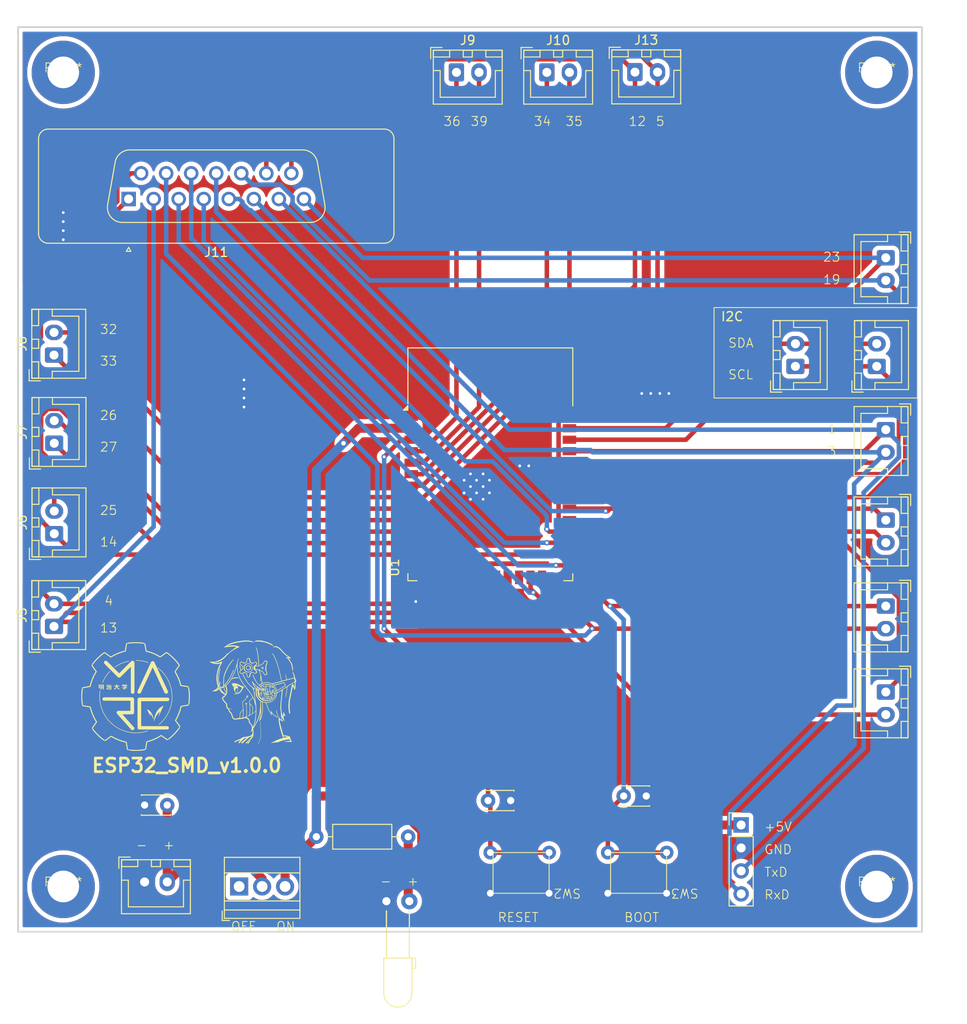
<source format=kicad_pcb>
(kicad_pcb (version 20240108) (generator "pcbnew") (generator_version "8.0")
  (layers (0 "F.Cu" signal) (31 "B.Cu" signal) (34 "B.Paste" user) (35 "F.Paste" user) (36 "B.SilkS" user "B.Silkscreen") (37 "F.SilkS" user "F.Silkscreen") (38 "B.Mask" user) (39 "F.Mask" user) (44 "Edge.Cuts" user))
  (net 0 "")
  (net 8 "Net-(J3-Pin_1)")
  (net 10 "Net-(J1-Pin_2)")
  (net 11 "GND")
  (net 12 "Net-(J11-Pin_14)")
  (net 13 "Net-(J11-Pin_7)")
  (net 14 "Net-(J11-Pin_12)")
  (net 15 "Net-(J17-Pin_1)")
  (net 16 "Net-(J11-Pin_10)")
  (net 17 "Net-(J7-Pin_1)")
  (net 18 "Net-(J11-Pin_2)")
  (net 19 "Net-(J11-Pin_15)")
  (net 20 "Net-(J11-Pin_13)")
  (net 21 "Net-(J11-Pin_3)")
  (net 22 "Net-(J10-Pin_2)")
  (net 23 "Net-(SW2A-B)")
  (net 24 "Net-(J11-Pin_6)")
  (net 25 "Net-(J11-Pin_11)")
  (net 26 "Net-(J6-Pin_2)")
  (net 27 "Net-(J11-Pin_1)")
  (net 28 "Net-(J7-Pin_2)")
  (net 29 "Net-(J17-Pin_2)")
  (net 30 "Net-(J11-Pin_9)")
  (net 31 "Net-(J11-Pin_8)")
  (net 32 "Net-(J11-Pin_5)")
  (net 33 "Net-(J8-Pin_2)")
  (net 34 "Net-(J8-Pin_1)")
  (net 35 "Net-(J10-Pin_1)")
  (net 36 "Net-(J11-Pin_4)")
  (net 37 "Net-(D1-A)")
  (net 38 "Net-(J9-Pin_1)")
  (net 39 "Net-(J9-Pin_2)")
  (footprint "Connector_JST:JST_XH_B2B-XH-A_1x02_P2.50mm_Vertical" (layer "F.Cu") (at 15.975 48.25 90)
    (property "Reference" "J8" (at 1.25 -3.55 90) (layer "F.SilkS"))
    (property "Value" "Conn_01x02_Socket" (hide yes))
    (pad "1" thru_hole roundrect (at 0 0 90) (size 1.7 2) (drill 1) (layers "*.Cu" "*.Mask") (roundrect_rratio 0.147059) (net 34 "Net-(J8-Pin_1)"))
    (pad "2" thru_hole oval (at 2.5 0 90) (size 1.7 2) (drill 1) (layers "*.Cu" "*.Mask") (net 33 "Net-(J8-Pin_2)"))
  )
  (footprint "Capacitor_THT:C_Disc_D3.0mm_W2.0mm_P2.50mm" (layer "F.Cu") (at 66.5 97.5 180)
    (property "Reference" "C2" (hide yes))
    (property "Value" "0.1μF")
    (pad "1" thru_hole circle (at 0 0 180) (size 1.6 1.6) (drill 0.8) (layers "*.Cu" "*.Mask") (net 11 "GND"))
    (pad "2" thru_hole circle (at 2.5 0 180) (size 1.6 1.6) (drill 0.8) (layers "*.Cu" "*.Mask") (net 23 "Net-(SW2A-B)"))
  )
  (footprint "Connector_JST:JST_XH_B2B-XH-A_1x02_P2.50mm_Vertical" (layer "F.Cu") (at 26 106.5)
    (property "Reference" "J1" (hide yes))
    (property "Value" "Conn_01x02_Socket" (hide yes))
    (pad "1" thru_hole roundrect (at 0 0) (size 1.7 2) (drill 1) (layers "*.Cu" "*.Mask") (roundrect_rratio 0.147059) (net 11 "GND"))
    (pad "2" thru_hole oval (at 2.5 0) (size 1.7 2) (drill 1) (layers "*.Cu" "*.Mask") (net 10 "Net-(J1-Pin_2)"))
  )
  (footprint "Connector_JST:JST_XH_B2B-XH-A_1x02_P2.50mm_Vertical" (layer "F.Cu") (at 108 56.5 -90)
    (property "Reference" "J2" (hide yes))
    (property "Value" "Conn_01x02_Socket" (hide yes))
    (pad "1" thru_hole roundrect (at 0 0 270) (size 1.7 2) (drill 1) (layers "*.Cu" "*.Mask") (roundrect_rratio 0.147059) (net 13 "Net-(J11-Pin_7)"))
    (pad "2" thru_hole oval (at 2.5 0 270) (size 1.7 2) (drill 1) (layers "*.Cu" "*.Mask") (net 24 "Net-(J11-Pin_6)"))
  )
  (footprint "Capacitor_THT:C_Disc_D3.0mm_W2.0mm_P2.50mm" (layer "F.Cu") (at 28.5 98 180)
    (property "Reference" "C3" (hide yes))
    (property "Value" "22uF")
    (pad "1" thru_hole circle (at 0 0 180) (size 1.6 1.6) (drill 0.8) (layers "*.Cu" "*.Mask") (net 10 "Net-(J1-Pin_2)"))
    (pad "2" thru_hole circle (at 2.5 0 180) (size 1.6 1.6) (drill 0.8) (layers "*.Cu" "*.Mask") (net 11 "GND"))
  )
  (footprint "00b:DTS-63" (layer "F.Cu") (at 83.75 107.75 180)
    (property "Reference" "SW3" (at -2 0 180) (layer "F.SilkS") (effects (font (thickness 0.1))))
    (property "Value" "SW_DPST_x2" (hide yes))
    (pad "1" thru_hole circle (at 0 0 180) (size 1.524 1.524) (drill 0.762) (layers "*.Cu" "*.Mask") (net 11 "GND"))
    (pad "1" thru_hole circle (at 6.5 0 180) (size 1.524 1.524) (drill 0.762) (layers "*.Cu" "*.Mask") (net 11 "GND"))
    (pad "2" thru_hole circle (at 0 4.5 180) (size 1.524 1.524) (drill 0.762) (layers "*.Cu" "*.Mask") (net 25 "Net-(J11-Pin_11)"))
    (pad "2" thru_hole circle (at 6.5 4.5 180) (size 1.524 1.524) (drill 0.762) (layers "*.Cu" "*.Mask") (net 25 "Net-(J11-Pin_11)"))
  )
  (footprint "00a:hole_M3" (layer "F.Cu") (at 17 107)
    (property "Reference" "REF**" (at 0 -0.5 0) (layer "F.SilkS") (effects (font (thickness 0.1))))
    (property "Value" "hole_M3")
    (pad "1" thru_hole circle (at 0 0) (size 7 7) (drill 3.5) (layers "*.Cu" "*.Mask"))
  )
  (footprint "RF_Module:ESP32-WROOM-32D" (layer "F.Cu") (at 64.25 63.32)
    (property "Reference" "U1" (at -10.61 8.43 90) (layer "F.SilkS"))
    (property "Value" "ESP32-WROOM-32E")
    (pad "1" smd rect (at -8.75 -8.25) (size 1.5 0.9) (layers "F.Cu" "F.Paste" "F.Mask") (net 11 "GND"))
    (pad "2" smd rect (at -8.75 -6.98) (size 1.5 0.9) (layers "F.Cu" "F.Paste" "F.Mask") (net 8 "Net-(J3-Pin_1)"))
    (pad "3" smd rect (at -8.75 -5.71) (size 1.5 0.9) (layers "F.Cu" "F.Paste" "F.Mask") (net 23 "Net-(SW2A-B)"))
    (pad "4" smd rect (at -8.75 -4.44) (size 1.5 0.9) (layers "F.Cu" "F.Paste" "F.Mask") (net 38 "Net-(J9-Pin_1)"))
    (pad "5" smd rect (at -8.75 -3.17) (size 1.5 0.9) (layers "F.Cu" "F.Paste" "F.Mask") (net 39 "Net-(J9-Pin_2)"))
    (pad "6" smd rect (at -8.75 -1.9) (size 1.5 0.9) (layers "F.Cu" "F.Paste" "F.Mask") (net 35 "Net-(J10-Pin_1)"))
    (pad "7" smd rect (at -8.75 -0.63) (size 1.5 0.9) (layers "F.Cu" "F.Paste" "F.Mask") (net 22 "Net-(J10-Pin_2)"))
    (pad "8" smd rect (at -8.75 0.64) (size 1.5 0.9) (layers "F.Cu" "F.Paste" "F.Mask") (net 33 "Net-(J8-Pin_2)"))
    (pad "9" smd rect (at -8.75 1.91) (size 1.5 0.9) (layers "F.Cu" "F.Paste" "F.Mask") (net 34 "Net-(J8-Pin_1)"))
    (pad "10" smd rect (at -8.75 3.18) (size 1.5 0.9) (layers "F.Cu" "F.Paste" "F.Mask") (net 26 "Net-(J6-Pin_2)"))
    (pad "11" smd rect (at -8.75 4.45) (size 1.5 0.9) (layers "F.Cu" "F.Paste" "F.Mask") (net 28 "Net-(J7-Pin_2)"))
    (pad "12" smd rect (at -8.75 5.72) (size 1.5 0.9) (layers "F.Cu" "F.Paste" "F.Mask") (net 17 "Net-(J7-Pin_1)"))
    (pad "13" smd rect (at -8.75 6.99) (size 1.5 0.9) (layers "F.Cu" "F.Paste" "F.Mask") (net 27 "Net-(J11-Pin_1)"))
    (pad "14" smd rect (at -8.75 8.26) (size 1.5 0.9) (layers "F.Cu" "F.Paste" "F.Mask") (net 19 "Net-(J11-Pin_15)"))
    (pad "15" smd rect (at -5.71 9.51 90) (size 1.5 0.9) (layers "F.Cu" "F.Paste" "F.Mask") (net 11 "GND"))
    (pad "16" smd rect (at -4.44 9.51 90) (size 1.5 0.9) (layers "F.Cu" "F.Paste" "F.Mask") (net 18 "Net-(J11-Pin_2)"))
    (pad "17" smd rect (at -3.17 9.51 90) (size 1.5 0.9) (layers "F.Cu" "F.Paste" "F.Mask"))
    (pad "18" smd rect (at -1.9 9.51 90) (size 1.5 0.9) (layers "F.Cu" "F.Paste" "F.Mask"))
    (pad "19" smd rect (at -0.63 9.51 90) (size 1.5 0.9) (layers "F.Cu" "F.Paste" "F.Mask"))
    (pad "20" smd rect (at 0.64 9.51 90) (size 1.5 0.9) (layers "F.Cu" "F.Paste" "F.Mask"))
    (pad "21" smd rect (at 1.91 9.51 90) (size 1.5 0.9) (layers "F.Cu" "F.Paste" "F.Mask"))
    (pad "22" smd rect (at 3.18 9.51 90) (size 1.5 0.9) (layers "F.Cu" "F.Paste" "F.Mask"))
    (pad "23" smd rect (at 4.45 9.51 90) (size 1.5 0.9) (layers "F.Cu" "F.Paste" "F.Mask") (net 21 "Net-(J11-Pin_3)"))
    (pad "24" smd rect (at 5.72 9.51 90) (size 1.5 0.9) (layers "F.Cu" "F.Paste" "F.Mask") (net 16 "Net-(J11-Pin_10)"))
    (pad "25" smd rect (at 8.75 8.26) (size 1.5 0.9) (layers "F.Cu" "F.Paste" "F.Mask") (net 25 "Net-(J11-Pin_11)"))
    (pad "26" smd rect (at 8.75 6.99) (size 1.5 0.9) (layers "F.Cu" "F.Paste" "F.Mask") (net 30 "Net-(J11-Pin_9)"))
    (pad "27" smd rect (at 8.75 5.72) (size 1.5 0.9) (layers "F.Cu" "F.Paste" "F.Mask") (net 36 "Net-(J11-Pin_4)"))
    (pad "28" smd rect (at 8.75 4.45) (size 1.5 0.9) (layers "F.Cu" "F.Paste" "F.Mask") (net 14 "Net-(J11-Pin_12)"))
    (pad "29" smd rect (at 8.75 3.18) (size 1.5 0.9) (layers "F.Cu" "F.Paste" "F.Mask") (net 12 "Net-(J11-Pin_14)"))
    (pad "30" smd rect (at 8.75 1.91) (size 1.5 0.9) (layers "F.Cu" "F.Paste" "F.Mask") (net 32 "Net-(J11-Pin_5)"))
    (pad "31" smd rect (at 8.75 0.64) (size 1.5 0.9) (layers "F.Cu" "F.Paste" "F.Mask") (net 20 "Net-(J11-Pin_13)"))
    (pad "32" smd rect (at 8.75 -0.63) (size 1.5 0.9) (layers "F.Cu" "F.Paste" "F.Mask"))
    (pad "33" smd rect (at 8.75 -1.9) (size 1.5 0.9) (layers "F.Cu" "F.Paste" "F.Mask") (net 15 "Net-(J17-Pin_1)"))
    (pad "34" smd rect (at 8.75 -3.17) (size 1.5 0.9) (layers "F.Cu" "F.Paste" "F.Mask") (net 24 "Net-(J11-Pin_6)"))
    (pad "35" smd rect (at 8.75 -4.44) (size 1.5 0.9) (layers "F.Cu" "F.Paste" "F.Mask") (net 13 "Net-(J11-Pin_7)"))
    (pad "36" smd rect (at 8.75 -5.71) (size 1.5 0.9) (layers "F.Cu" "F.Paste" "F.Mask") (net 29 "Net-(J17-Pin_2)"))
    (pad "37" smd rect (at 8.75 -6.98) (size 1.5 0.9) (layers "F.Cu" "F.Paste" "F.Mask") (net 31 "Net-(J11-Pin_8)"))
    (pad "38" smd rect (at 8.75 -8.25) (size 1.5 0.9) (layers "F.Cu" "F.Paste" "F.Mask") (net 11 "GND"))
    (pad "39" smd rect (at -2.9 -1.93) (size 0.9 0.9) (layers "F.Cu" "F.Paste") (net 11 "GND"))
    (pad "39" thru_hole circle (at -2.9 -1.23) (size 0.6 0.6) (drill 0.3) (property pad_prop_heatsink) (layers "*.Cu" "F.Mask") (net 11 "GND"))
    (pad "39" smd rect (at -2.9 -0.53) (size 0.9 0.9) (layers "F.Cu" "F.Paste") (net 11 "GND"))
    (pad "39" thru_hole circle (at -2.9 0.17) (size 0.6 0.6) (drill 0.3) (property pad_prop_heatsink) (layers "*.Cu" "F.Mask") (net 11 "GND"))
    (pad "39" smd rect (at -2.9 0.87) (size 0.9 0.9) (layers "F.Cu" "F.Paste") (net 11 "GND"))
    (pad "39" thru_hole circle (at -2.2 -1.93) (size 0.6 0.6) (drill 0.3) (property pad_prop_heatsink) (layers "*.Cu" "F.Mask") (net 11 "GND"))
    (pad "39" thru_hole circle (at -2.2 -0.53) (size 0.6 0.6) (drill 0.3) (property pad_prop_heatsink) (layers "*.Cu" "F.Mask") (net 11 "GND"))
    (pad "39" thru_hole circle (at -2.2 0.87) (size 0.6 0.6) (drill 0.3) (property pad_prop_heatsink) (layers "*.Cu" "F.Mask") (net 11 "GND"))
    (pad "39" thru_hole circle (at -1.525 -1.23) (size 0.6 0.6) (drill 0.3) (property pad_prop_heatsink) (layers "*.Cu" "F.Mask") (net 11 "GND"))
    (pad "39" thru_hole circle (at -1.525 0.17) (size 0.6 0.6) (drill 0.3) (property pad_prop_heatsink) (layers "*.Cu" "F.Mask") (net 11 "GND"))
    (pad "39" smd rect (at -1.5 -1.93) (size 0.9 0.9) (layers "F.Cu" "F.Paste") (net 11 "GND"))
    (pad "39" smd rect (at -1.5 -0.53) (size 0.9 0.9) (layers "F.Cu" "F.Paste") (net 11 "GND"))
    (pad "39" smd rect (at -1.5 -0.53) (size 3.8 3.8) (layers "F.Cu" "F.Mask") (net 11 "GND"))
    (pad "39" smd rect (at -1.5 0.87) (size 0.9 0.9) (layers "F.Cu" "F.Paste") (net 11 "GND"))
    (pad "39" thru_hole circle (at -0.8 -1.93) (size 0.6 0.6) (drill 0.3) (property pad_prop_heatsink) (layers "*.Cu" "F.Mask") (net 11 "GND"))
    (pad "39" thru_hole circle (at -0.8 -0.53) (size 0.6 0.6) (drill 0.3) (property pad_prop_heatsink) (layers "*.Cu" "F.Mask") (net 11 "GND"))
    (pad "39" thru_hole circle (at -0.8 0.87) (size 0.6 0.6) (drill 0.3) (property pad_prop_heatsink) (layers "*.Cu" "F.Mask") (net 11 "GND"))
    (pad "39" smd rect (at -0.1 -1.93) (size 0.9 0.9) (layers "F.Cu" "F.Paste") (net 11 "GND"))
    (pad "39" thru_hole circle (at -0.1 -1.23) (size 0.6 0.6) (drill 0.3) (property pad_prop_heatsink) (layers "*.Cu" "F.Mask") (net 11 "GND"))
    (pad "39" smd rect (at -0.1 -0.53) (size 0.9 0.9) (layers "F.Cu" "F.Paste") (net 11 "GND"))
    (pad "39" thru_hole circle (at -0.1 0.17) (size 0.6 0.6) (drill 0.3) (property pad_prop_heatsink) (layers "*.Cu" "F.Mask") (net 11 "GND"))
    (pad "39" smd rect (at -0.1 0.87) (size 0.9 0.9) (layers "F.Cu" "F.Paste") (net 11 "GND"))
  )
  (footprint "00b:DTS-63" (layer "F.Cu") (at 70.75 107.75 180)
    (property "Reference" "SW2" (at -2 0 180) (layer "F.SilkS") (effects (font (thickness 0.1))))
    (property "Value" "SW_DPST_x2" (hide yes))
    (pad "1" thru_hole circle (at 0 0 180) (size 1.524 1.524) (drill 0.762) (layers "*.Cu" "*.Mask") (net 11 "GND"))
    (pad "1" thru_hole circle (at 6.5 0 180) (size 1.524 1.524) (drill 0.762) (layers "*.Cu" "*.Mask") (net 11 "GND"))
    (pad "2" thru_hole circle (at 0 4.5 180) (size 1.524 1.524) (drill 0.762) (layers "*.Cu" "*.Mask") (net 23 "Net-(SW2A-B)"))
    (pad "2" thru_hole circle (at 6.5 4.5 180) (size 1.524 1.524) (drill 0.762) (layers "*.Cu" "*.Mask") (net 23 "Net-(SW2A-B)"))
  )
  (footprint "Resistor_THT:R_Axial_DIN0207_L6.3mm_D2.5mm_P10.16mm_Horizontal" (layer "F.Cu") (at 55.16 101.5 180)
    (property "Reference" "R1" (hide yes))
    (property "Value" "R")
    (pad "1" thru_hole circle (at 0 0 180) (size 1.6 1.6) (drill 0.8) (layers "*.Cu" "*.Mask") (net 37 "Net-(D1-A)"))
    (pad "2" thru_hole oval (at 10.16 0 180) (size 1.6 1.6) (drill 0.8) (layers "*.Cu" "*.Mask") (net 8 "Net-(J3-Pin_1)"))
  )
  (footprint "00a:hole_M3" (layer "F.Cu") (at 107 17)
    (property "Reference" "REF**" (at 0 -0.5 0) (layer "F.SilkS") (effects (font (thickness 0.1))))
    (property "Value" "hole_M3")
    (pad "1" thru_hole circle (at 0 0) (size 7 7) (drill 3.5) (layers "*.Cu" "*.Mask"))
  )
  (footprint "Capacitor_THT:C_Disc_D3.0mm_W2.0mm_P2.50mm" (layer "F.Cu") (at 81.5 97 180)
    (property "Reference" "C1" (hide yes))
    (property "Value" "0.1μF")
    (pad "1" thru_hole circle (at 0 0 180) (size 1.6 1.6) (drill 0.8) (layers "*.Cu" "*.Mask") (net 11 "GND"))
    (pad "2" thru_hole circle (at 2.5 0 180) (size 1.6 1.6) (drill 0.8) (layers "*.Cu" "*.Mask") (net 25 "Net-(J11-Pin_11)"))
  )
  (footprint "Connector_JST:JST_XH_B2B-XH-A_1x02_P2.50mm_Vertical" (layer "F.Cu") (at 60.5 17)
    (property "Reference" "J9" (at 1.25 -3.55 360) (layer "F.SilkS"))
    (property "Value" "Conn_01x02_Socket" (hide yes))
    (pad "1" thru_hole roundrect (at 0 0) (size 1.7 2) (drill 1) (layers "*.Cu" "*.Mask") (roundrect_rratio 0.147059) (net 38 "Net-(J9-Pin_1)"))
    (pad "2" thru_hole oval (at 2.5 0) (size 1.7 2) (drill 1) (layers "*.Cu" "*.Mask") (net 39 "Net-(J9-Pin_2)"))
  )
  (footprint "00a:hole_M3" (layer "F.Cu") (at 107 107)
    (property "Reference" "REF**" (at 0 -0.5 0) (layer "F.SilkS") (effects (font (thickness 0.1))))
    (property "Value" "hole_M3")
    (pad "1" thru_hole circle (at 0 0) (size 7 7) (drill 3.5) (layers "*.Cu" "*.Mask"))
  )
  (footprint "Connector_JST:JST_XH_B2B-XH-A_1x02_P2.50mm_Vertical" (layer "F.Cu") (at 108 85.5 -90)
    (property "Reference" "J14" (hide yes))
    (property "Value" "Conn_01x02_Socket" (hide yes))
    (pad "1" thru_hole roundrect (at 0 0 270) (size 1.7 2) (drill 1) (layers "*.Cu" "*.Mask") (roundrect_rratio 0.147059) (net 36 "Net-(J11-Pin_4)"))
    (pad "2" thru_hole oval (at 2.5 0 270) (size 1.7 2) (drill 1) (layers "*.Cu" "*.Mask") (net 21 "Net-(J11-Pin_3)"))
  )
  (footprint "Connector_JST:JST_XH_B2B-XH-A_1x02_P2.50mm_Vertical" (layer "F.Cu") (at 107 49.5 90)
    (property "Reference" "J4" (hide yes))
    (property "Value" "I2C" (hide yes))
    (pad "1" thru_hole roundrect (at 0 0 90) (size 1.7 2) (drill 1) (layers "*.Cu" "*.Mask") (roundrect_rratio 0.147059) (net 15 "Net-(J17-Pin_1)"))
    (pad "2" thru_hole oval (at 2.5 0 90) (size 1.7 2) (drill 1) (layers "*.Cu" "*.Mask") (net 29 "Net-(J17-Pin_2)"))
  )
  (footprint "LED_THT:LED_D3.0mm_Horizontal_O6.35mm_Z10.0mm" (layer "F.Cu") (at 52.75 108.625)
    (property "Reference" "D1" (hide yes))
    (property "Value" "LED")
    (pad "1" thru_hole rect (at 0 0) (size 1.8 1.8) (drill 0.9) (layers "*.Cu" "*.Mask") (net 11 "GND"))
    (pad "2" thru_hole circle (at 2.54 0) (size 1.8 1.8) (drill 0.9) (layers "*.Cu" "*.Mask") (net 37 "Net-(D1-A)"))
  )
  (footprint "Connector_JST:JST_XH_B2B-XH-A_1x02_P2.50mm_Vertical" (layer "F.Cu") (at 108 37.5 -90)
    (property "Reference" "J16" (hide yes))
    (property "Value" "Conn_01x02_Socket" (hide yes))
    (pad "1" thru_hole roundrect (at 0 0 270) (size 1.7 2) (drill 1) (layers "*.Cu" "*.Mask") (roundrect_rratio 0.147059) (net 31 "Net-(J11-Pin_8)"))
    (pad "2" thru_hole oval (at 2.5 0 270) (size 1.7 2) (drill 1) (layers "*.Cu" "*.Mask") (net 20 "Net-(J11-Pin_13)"))
  )
  (footprint "Connector_PinHeader_2.54mm:PinHeader_1x04_P2.54mm_Vertical" (layer "F.Cu") (at 92 100.2)
    (property "Reference" "J3" (hide yes))
    (property "Value" "Serial Converter")
    (pad "1" thru_hole rect (at 0 0) (size 1.7 1.7) (drill 1) (layers "*.Cu" "*.Mask") (net 8 "Net-(J3-Pin_1)"))
    (pad "2" thru_hole oval (at 0 2.54) (size 1.7 1.7) (drill 1) (layers "*.Cu" "*.Mask") (net 11 "GND"))
    (pad "3" thru_hole oval (at 0 5.08) (size 1.7 1.7) (drill 1) (layers "*.Cu" "*.Mask") (net 13 "Net-(J11-Pin_7)"))
    (pad "4" thru_hole oval (at 0 7.62) (size 1.7 1.7) (drill 1) (layers "*.Cu" "*.Mask") (net 24 "Net-(J11-Pin_6)"))
  )
  (footprint "00a:hole_M3" (layer "F.Cu") (at 17 17)
    (property "Reference" "REF**" (at 0 -0.5 0) (layer "F.SilkS") (effects (font (thickness 0.1))))
    (property "Value" "hole_M3")
    (pad "1" thru_hole circle (at 0 0) (size 7 7) (drill 3.5) (layers "*.Cu" "*.Mask"))
  )
  (footprint "Connector_JST:JST_XH_B2B-XH-A_1x02_P2.50mm_Vertical" (layer "F.Cu") (at 108 66.5 -90)
    (property "Reference" "J15" (hide yes))
    (property "Value" "Conn_01x02_Socket" (hide yes))
    (pad "1" thru_hole roundrect (at 0 0 270) (size 1.7 2) (drill 1) (layers "*.Cu" "*.Mask") (roundrect_rratio 0.147059) (net 32 "Net-(J11-Pin_5)"))
    (pad "2" thru_hole oval (at 2.5 0 270) (size 1.7 2) (drill 1) (layers "*.Cu" "*.Mask") (net 14 "Net-(J11-Pin_12)"))
  )
  (footprint "Connector_JST:JST_XH_B2B-XH-A_1x02_P2.50mm_Vertical" (layer "F.Cu") (at 70.5 17)
    (property "Reference" "J10" (at 1.25 -3.55 0) (layer "F.SilkS"))
    (property "Value" "Conn_01x02_Socket" (hide yes))
    (pad "1" thru_hole roundrect (at 0 0) (size 1.7 2) (drill 1) (layers "*.Cu" "*.Mask") (roundrect_rratio 0.147059) (net 35 "Net-(J10-Pin_1)"))
    (pad "2" thru_hole oval (at 2.5 0) (size 1.7 2) (drill 1) (layers "*.Cu" "*.Mask") (net 22 "Net-(J10-Pin_2)"))
  )
  (footprint "Connector_Dsub:DSUB-15_Female_Vertical_P2.77x2.84mm" (layer "F.Cu") (at 24.23 31 180)
    (property "Reference" "J11" (at -9.695 -5.89 0) (layer "F.SilkS"))
    (property "Value" "Conn_01x15_Socket" (hide yes))
    (pad "1" thru_hole rect (at 0 0 180) (size 1.6 1.6) (drill 1) (layers "*.Cu" "*.Mask") (net 27 "Net-(J11-Pin_1)"))
    (pad "2" thru_hole circle (at -2.77 0 180) (size 1.6 1.6) (drill 1) (layers "*.Cu" "*.Mask") (net 18 "Net-(J11-Pin_2)"))
    (pad "3" thru_hole circle (at -5.54 0 180) (size 1.6 1.6) (drill 1) (layers "*.Cu" "*.Mask") (net 21 "Net-(J11-Pin_3)"))
    (pad "4" thru_hole circle (at -8.31 0 180) (size 1.6 1.6) (drill 1) (layers "*.Cu" "*.Mask") (net 36 "Net-(J11-Pin_4)"))
    (pad "5" thru_hole circle (at -11.08 0 180) (size 1.6 1.6) (drill 1) (layers "*.Cu" "*.Mask") (net 32 "Net-(J11-Pin_5)"))
    (pad "6" thru_hole circle (at -13.85 0 180) (size 1.6 1.6) (drill 1) (layers "*.Cu" "*.Mask") (net 24 "Net-(J11-Pin_6)"))
    (pad "7" thru_hole circle (at -16.62 0 180) (size 1.6 1.6) (drill 1) (layers "*.Cu" "*.Mask") (net 13 "Net-(J11-Pin_7)"))
    (pad "8" thru_hole circle (at -19.39 0 180) (size 1.6 1.6) (drill 1) (layers "*.Cu" "*.Mask") (net 31 "Net-(J11-Pin_8)"))
    (pad "9" thru_hole circle (at -1.385 2.84 180) (size 1.6 1.6) (drill 1) (layers "*.Cu" "*.Mask") (net 30 "Net-(J11-Pin_9)"))
    (pad "10" thru_hole circle (at -4.155 2.84 180) (size 1.6 1.6) (drill 1) (layers "*.Cu" "*.Mask") (net 16 "Net-(J11-Pin_10)"))
    (pad "11" thru_hole circle (at -6.925 2.84 180) (size 1.6 1.6) (drill 1) (layers "*.Cu" "*.Mask") (net 25 "Net-(J11-Pin_11)"))
    (pad "12" thru_hole circle (at -9.695 2.84 180) (size 1.6 1.6) (drill 1) (layers "*.Cu" "*.Mask") (net 14 "Net-(J11-Pin_12)"))
    (pad "13" thru_hole circle (at -12.465 2.84 180) (size 1.6 1.6) (drill 1) (layers "*.Cu" "*.Mask") (net 20 "Net-(J11-Pin_13)"))
    (pad "14" thru_hole circle (at -15.235 2.84 180) (size 1.6 1.6) (drill 1) (layers "*.Cu" "*.Mask") (net 12 "Net-(J11-Pin_14)"))
    (pad "15" thru_hole circle (at -18.005 2.84 180) (size 1.6 1.6) (drill 1) (layers "*.Cu" "*.Mask") (net 19 "Net-(J11-Pin_15)"))
  )
  (footprint "Connector_JST:JST_XH_B2B-XH-A_1x02_P2.50mm_Vertical" (layer "F.Cu") (at 16 58 90)
    (property "Reference" "J7" (at 1.25 -3.55 90) (layer "F.SilkS"))
    (property "Value" "Conn_01x02_Socket" (hide yes))
    (pad "1" thru_hole roundrect (at 0 0 90) (size 1.7 2) (drill 1) (layers "*.Cu" "*.Mask") (roundrect_rratio 0.147059) (net 17 "Net-(J7-Pin_1)"))
    (pad "2" thru_hole oval (at 2.5 0 90) (size 1.7 2) (drill 1) (layers "*.Cu" "*.Mask") (net 28 "Net-(J7-Pin_2)"))
  )
  (footprint "Connector_JST:JST_XH_B2B-XH-A_1x02_P2.50mm_Vertical" (layer "F.Cu") (at 108 76 -90)
    (property "Reference" "J12" (hide yes))
    (property "Value" "Conn_01x02_Socket" (hide yes))
    (pad "1" thru_hole roundrect (at 0 0 270) (size 1.7 2) (drill 1) (layers "*.Cu" "*.Mask") (roundrect_rratio 0.147059) (net 25 "Net-(J11-Pin_11)"))
    (pad "2" thru_hole oval (at 2.5 0 270) (size 1.7 2) (drill 1) (layers "*.Cu" "*.Mask") (net 16 "Net-(J11-Pin_10)"))
  )
  (footprint "00a:nuron" (layer "F.Cu") (at 38.694618 85.211979)
    (property "Reference" "G***" (hide yes))
    (property "Value" "LOGO" (hide yes))
  )
  (footprint "00a:MARC_rogo" (layer "F.Cu") (at 25 86)
    (property "Reference" "G***" (hide yes))
    (property "Value" "LOGO" (hide yes))
  )
  (footprint "Connector_JST:JST_XH_B2B-XH-A_1x02_P2.50mm_Vertical" (layer "F.Cu") (at 16 68 90)
    (property "Reference" "J6" (at 1.25 -3.55 90) (layer "F.SilkS"))
    (property "Value" "Conn_01x02_Socket" (hide yes))
    (pad "1" thru_hole roundrect (at 0 0 90) (size 1.7 2) (drill 1) (layers "*.Cu" "*.Mask") (roundrect_rratio 0.147059) (net 27 "Net-(J11-Pin_1)"))
    (pad "2" thru_hole oval (at 2.5 0 90) (size 1.7 2) (drill 1) (layers "*.Cu" "*.Mask") (net 26 "Net-(J6-Pin_2)"))
  )
  (footprint "Connector_JST:JST_XH_B2B-XH-A_1x02_P2.50mm_Vertical" (layer "F.Cu") (at 15.975 78.25 90)
    (property "Reference" "J5" (at 1.25 -3.55 90) (layer "F.SilkS"))
    (property "Value" "Conn_01x02_Socket" (hide yes))
    (pad "1" thru_hole roundrect (at 0 0 90) (size 1.7 2) (drill 1) (layers "*.Cu" "*.Mask") (roundrect_rratio 0.147059) (net 18 "Net-(J11-Pin_2)"))
    (pad "2" thru_hole oval (at 2.5 0 90) (size 1.7 2) (drill 1) (layers "*.Cu" "*.Mask") (net 30 "Net-(J11-Pin_9)"))
  )
  (footprint "Connector_JST:JST_XH_B2B-XH-A_1x02_P2.50mm_Vertical" (layer "F.Cu") (at 80.25 16.975)
    (property "Reference" "J13" (at 1.25 -3.55 0) (layer "F.SilkS"))
    (property "Value" "Conn_01x02_Socket" (hide yes))
    (pad "1" thru_hole roundrect (at 0 0) (size 1.7 2) (drill 1) (layers "*.Cu" "*.Mask") (roundrect_rratio 0.147059) (net 19 "Net-(J11-Pin_15)"))
    (pad "2" thru_hole oval (at 2.5 0) (size 1.7 2) (drill 1) (layers "*.Cu" "*.Mask") (net 12 "Net-(J11-Pin_14)"))
  )
  (footprint "TerminalBlock:TerminalBlock_Xinya_XY308-2.54-3P_1x03_P2.54mm_Horizontal" (layer "F.Cu") (at 36.46 107)
    (property "Reference" "SW1" (hide yes))
    (property "Value" "SW_Nidec_CAS-120A1" (hide yes))
    (pad "1" thru_hole rect (at 0 0) (size 2 2) (drill 1.2) (layers "*.Cu" "*.Mask"))
    (pad "2" thru_hole circle (at 2.54 0) (size 2 2) (drill 1.2) (layers "*.Cu" "*.Mask") (net 10 "Net-(J1-Pin_2)"))
    (pad "3" thru_hole circle (at 5.08 0) (size 2 2) (drill 1.2) (layers "*.Cu" "*.Mask") (net 8 "Net-(J3-Pin_1)"))
  )
  (footprint "Connector_JST:JST_XH_B2B-XH-A_1x02_P2.50mm_Vertical" (layer "F.Cu") (at 98 49.5 90)
    (property "Reference" "J17" (hide yes))
    (property "Value" "I2C" (at 5.5 -7 180) (layer "F.SilkS"))
    (pad "1" thru_hole roundrect (at 0 0 90) (size 1.7 2) (drill 1) (layers "*.Cu" "*.Mask") (roundrect_rratio 0.147059) (net 15 "Net-(J17-Pin_1)"))
    (pad "2" thru_hole oval (at 2.5 0 90) (size 1.7 2) (drill 1) (layers "*.Cu" "*.Mask") (net 29 "Net-(J17-Pin_2)"))
  )
  (gr_rect (start 89 43) (end 111.5 53) (stroke (width 0.1)) (fill none) (layer "F.SilkS"))
  (gr_rect (start 12 12) (end 112 112) (stroke (width 0.2)) (fill none) (layer "Edge.Cuts"))
  (gr_text "14" (at 21 69.5 0) (layer "F.SilkS") (effects (font (size 1 1) (thickness 0.1)) (justify left bottom)))
  (gr_text "27" (at 21 59 0) (layer "F.SilkS") (effects (font (size 1 1) (thickness 0.1)) (justify left bottom)))
  (gr_text "3" (at 101.5 59.5 0) (layer "F.SilkS") (effects (font (size 1 1) (thickness 0.1)) (justify left bottom)))
  (gr_text "ESP32_SMD_v1.0.0" (at 20 94.5 0) (layer "F.SilkS") (effects (font (size 1.5 1.5) (thickness 0.3) (bold yes)) (justify left bottom)))
  (gr_text "13" (at 21 79 0) (layer "F.SilkS") (effects (font (size 1 1) (thickness 0.1)) (justify left bottom)))
  (gr_text "39" (at 62 23 0) (layer "F.SilkS") (effects (font (size 1 1) (thickness 0.1)) (justify left bottom)))
  (gr_text "23" (at 101 38 0) (layer "F.SilkS") (effects (font (size 1 1) (thickness 0.1)) (justify left bottom)))
  (gr_text "+5V" (at 94.5 101 0) (layer "F.SilkS") (effects (font (size 1 1) (thickness 0.1)) (justify left bottom)))
  (gr_text "34" (at 69 23 0) (layer "F.SilkS") (effects (font (size 1 1) (thickness 0.1)) (justify left bottom)))
  (gr_text "GND\n" (at 94.5 103.5 0) (layer "F.SilkS") (effects (font (size 1 1) (thickness 0.1)) (justify left bottom)))
  (gr_text "25" (at 21 66 0) (layer "F.SilkS") (effects (font (size 1 1) (thickness 0.1)) (justify left bottom)))
  (gr_text "-" (at 25 103 0) (layer "F.SilkS") (effects (font (size 1 1) (thickness 0.1)) (justify left bottom)))
  (gr_text "RESET" (at 65 111 0) (layer "F.SilkS") (effects (font (size 1 1) (thickness 0.1)) (justify left bottom)))
  (gr_text "ON" (at 40.5 112 0) (layer "F.SilkS") (effects (font (size 1 1) (thickness 0.1)) (justify left bottom)))
  (gr_text "33" (at 21 49.5 0) (layer "F.SilkS") (effects (font (size 1 1) (thickness 0.1)) (justify left bottom)))
  (gr_text "+" (at 55 107 0) (layer "F.SilkS") (effects (font (size 1 1) (thickness 0.1)) (justify left bottom)))
  (gr_text "19" (at 101 40.5 0) (layer "F.SilkS") (effects (font (size 1 1) (thickness 0.1)) (justify left bottom)))
  (gr_text "4" (at 21.5 76 0) (layer "F.SilkS") (effects (font (size 1 1) (thickness 0.1)) (justify left bottom)))
  (gr_text "5" (at 82.5 23 0) (layer "F.SilkS") (effects (font (size 1 1) (thickness 0.1)) (justify left bottom)))
  (gr_text "TxD" (at 94.5 106 0) (layer "F.SilkS") (effects (font (size 1 1) (thickness 0.1)) (justify left bottom)))
  (gr_text "36" (at 59 23 0) (layer "F.SilkS") (effects (font (size 1 1) (thickness 0.1)) (justify left bottom)))
  (gr_text "1" (at 101.5 57 0) (layer "F.SilkS") (effects (font (size 1 1) (thickness 0.1)) (justify left bottom)))
  (gr_text "-" (at 52 107 0) (layer "F.SilkS") (effects (font (size 1 1) (thickness 0.1)) (justify left bottom)))
  (gr_text "12" (at 79.5 23 0) (layer "F.SilkS") (effects (font (size 1 1) (thickness 0.1)) (justify left bottom)))
  (gr_text "SDA" (at 90.5 47.5 0) (layer "F.SilkS") (effects (font (size 1 1) (thickness 0.1)) (justify left bottom)))
  (gr_text "BOOT" (at 79 111 0) (layer "F.SilkS") (effects (font (size 1 1) (thickness 0.1)) (justify left bottom)))
  (gr_text "35" (at 72.5 23 0) (layer "F.SilkS") (effects (font (size 1 1) (thickness 0.1)) (justify left bottom)))
  (gr_text "OFF" (at 35.5 112 0) (layer "F.SilkS") (effects (font (size 1 1) (thickness 0.1)) (justify left bottom)))
  (gr_text "26" (at 21 55.5 0) (layer "F.SilkS") (effects (font (size 1 1) (thickness 0.1)) (justify left bottom)))
  (gr_text "SCL" (at 90.5 51 0) (layer "F.SilkS") (effects (font (size 1 1) (thickness 0.1)) (justify left bottom)))
  (gr_text "+" (at 28 103 0) (layer "F.SilkS") (effects (font (size 1 1) (thickness 0.1)) (justify left bottom)))
  (gr_text "32" (at 21 46 0) (layer "F.SilkS") (effects (font (size 1 1) (thickness 0.1)) (justify left bottom)))
  (gr_text "RxD" (at 94.5 108.5 0) (layer "F.SilkS") (effects (font (size 1 1) (thickness 0.1)) (justify left bottom)))
  (segment (start 41.54 104.96) (end 45 101.5) (width 1) (layer "F.Cu") (net 8))
  (segment (start 49.66 56.34) (end 48 58) (width 1) (layer "F.Cu") (net 8))
  (segment (start 89.232419 100.2) (end 92 100.2) (width 1) (layer "F.Cu") (net 8))
  (segment (start 45.04 101.54) (end 45 101.5) (width 1) (layer "F.Cu") (net 8))
  (segment (start 79.970419 109.462) (end 89.232419 100.2) (width 1) (layer "F.Cu") (net 8))
  (segment (start 55.5 56.34) (end 49.66 56.34) (width 1) (layer "F.Cu") (net 8))
  (segment (start 45 101.5) (end 45 97) (width 1) (layer "F.Cu") (net 8))
  (segment (start 52.781321 97) (end 45 97) (width 1) (layer "F.Cu") (net 8))
  (segment (start 41.54 107) (end 41.54 104.96) (width 1) (layer "F.Cu") (net 8))
  (segment (start 63.462 109.462) (end 79.970419 109.462) (width 1) (layer "F.Cu") (net 8))
  (segment (start 63.462 109.462) (end 56.66 102.66) (width 1) (layer "F.Cu") (net 8))
  (segment (start 56.66 102.66) (end 56.66 100.878679) (width 1) (layer "F.Cu") (net 8))
  (segment (start 56.66 100.878679) (end 52.781321 97) (width 1) (layer "F.Cu") (net 8))
  (via (at 48 58) (size 1) (drill 0.5) (layers "F.Cu" "B.Cu") (net 8))
  (segment (start 45 61) (end 48 58) (width 1) (layer "B.Cu") (net 8))
  (segment (start 45 101.5) (end 45 61) (width 1) (layer "B.Cu") (net 8))
  (segment (start 28.5 106.5) (end 28.5 98) (width 1) (layer "F.Cu") (net 10))
  (segment (start 36.86 104) (end 31 104) (width 1) (layer "F.Cu") (net 10))
  (segment (start 39 106.14) (end 36.86 104) (width 1) (layer "F.Cu") (net 10))
  (segment (start 31 104) (end 28.5 106.5) (width 1) (layer "F.Cu") (net 10))
  (segment (start 39 107) (end 39 106.14) (width 1) (layer "F.Cu") (net 10))
  (via (at 17 32.5) (size 0.6) (drill 0.3) (layers "F.Cu" "B.Cu") (net 11))
  (via (at 83 52.5) (size 0.6) (drill 0.3) (layers "F.Cu" "B.Cu") (net 11))
  (via (at 17 33.5) (size 0.6) (drill 0.3) (layers "F.Cu" "B.Cu") (net 11))
  (via (at 56 75.5) (size 0.6) (drill 0.3) (layers "F.Cu" "B.Cu") (net 11))
  (via (at 82 52.5) (size 0.6) (drill 0.3) (layers "F.Cu" "B.Cu") (net 11))
  (via (at 37 51) (size 0.6) (drill 0.3) (layers "F.Cu" "B.Cu") (net 11))
  (via (at 67.5 60.5) (size 0.6) (drill 0.3) (layers "F.Cu" "B.Cu") (net 11))
  (via (at 37 53) (size 0.6) (drill 0.3) (layers "F.Cu" "B.Cu") (net 11))
  (via (at 17 34.5) (size 0.6) (drill 0.3) (layers "F.Cu" "B.Cu") (net 11))
  (via (at 68.5 60.5) (size 0.6) (drill 0.3) (layers "F.Cu" "B.Cu") (net 11))
  (via (at 17 35.5) (size 0.6) (drill 0.3) (layers "F.Cu" "B.Cu") (net 11))
  (via (at 81 52.5) (size 0.6) (drill 0.3) (layers "F.Cu" "B.Cu") (net 11))
  (via (at 37 52) (size 0.6) (drill 0.3) (layers "F.Cu" "B.Cu") (net 11))
  (via (at 37 54) (size 0.6) (drill 0.3) (layers "F.Cu" "B.Cu") (net 11))
  (via (at 84 52.5) (size 0.6) (drill 0.3) (layers "F.Cu" "B.Cu") (net 11))
  (segment (start 39.465 18.66) (end 43.275 14.85) (width 0.5) (layer "F.Cu") (net 12))
  (segment (start 72.63 66.87) (end 73 66.5) (width 0.5) (layer "F.Cu") (net 12))
  (segment (start 39.465 28.16) (end 39.465 18.66) (width 0.5) (layer "F.Cu") (net 12))
  (segment (start 82.75 16.975) (end 82.75 43.22) (width 0.5) (layer "F.Cu") (net 12))
  (segment (start 71.8 54.17) (end 71.8 66.87) (width 0.5) (layer "F.Cu") (net 12))
  (segment (start 43.275 14.85) (end 80.625 14.85) (width 0.5) (layer "F.Cu") (net 12))
  (segment (start 82.75 43.22) (end 71.8 54.17) (width 0.5) (layer "F.Cu") (net 12))
  (segment (start 80.625 14.85) (end 82.75 16.975) (width 0.5) (layer "F.Cu") (net 12))
  (segment (start 71.8 66.87) (end 72.63 66.87) (width 0.5) (layer "F.Cu") (net 12))
  (segment (start 108 56.5) (end 105.62 58.88) (width 0.5) (layer "F.Cu") (net 13))
  (segment (start 105.62 58.88) (end 73 58.88) (width 0.5) (layer "F.Cu") (net 13))
  (segment (start 66.35 56.5) (end 108 56.5) (width 0.5) (layer "B.Cu") (net 13))
  (segment (start 105.55 91.73) (end 92 105.28) (width 0.5) (layer "B.Cu") (net 13))
  (segment (start 109.45 57.95) (end 109.45 59.538478) (width 0.5) (layer "B.Cu") (net 13))
  (segment (start 105.55 63.438478) (end 105.55 91.73) (width 0.5) (layer "B.Cu") (net 13))
  (segment (start 108 56.5) (end 109.45 57.95) (width 0.5) (layer "B.Cu") (net 13))
  (segment (start 40.85 31) (end 66.35 56.5) (width 0.5) (layer "B.Cu") (net 13))
  (segment (start 109.45 59.538478) (end 105.55 63.438478) (width 0.5) (layer "B.Cu") (net 13))
  (segment (start 70.5 67.5) (end 70.77 67.77) (width 0.5) (layer "F.Cu") (net 14))
  (segment (start 70.77 67.77) (end 73 67.77) (width 0.5) (layer "F.Cu") (net 14))
  (segment (start 106.77 67.77) (end 73 67.77) (width 0.5) (layer "F.Cu") (net 14))
  (segment (start 108 69) (end 106.77 67.77) (width 0.5) (layer "F.Cu") (net 14))
  (via (at 70.5 67.5) (size 0.6) (drill 0.3) (layers "F.Cu" "B.Cu") (net 14))
  (segment (start 33.925 28.16) (end 33.925 32.425) (width 0.5) (layer "B.Cu") (net 14))
  (segment (start 33.925 32.425) (end 61.5 60) (width 0.5) (layer "B.Cu") (net 14))
  (segment (start 70.5 66) (end 70.5 67.5) (width 0.5) (layer "B.Cu") (net 14))
  (segment (start 61.5 60) (end 64.5 60) (width 0.5) (layer "B.Cu") (net 14))
  (segment (start 64.5 60) (end 70.5 66) (width 0.5) (layer "B.Cu") (net 14))
  (segment (start 109.45 51.95) (end 109.45 59.55) (width 0.5) (layer "F.Cu") (net 15))
  (segment (start 107.58 61.42) (end 73 61.42) (width 0.5) (layer "F.Cu") (net 15))
  (segment (start 107 49.5) (end 109.45 51.95) (width 0.5) (layer "F.Cu") (net 15))
  (segment (start 107 49.5) (end 98 49.5) (width 0.5) (layer "F.Cu") (net 15))
  (segment (start 109.45 59.55) (end 107.58 61.42) (width 0.5) (layer "F.Cu") (net 15))
  (segment (start 75.5 78.5) (end 75.64 78.5) (width 0.5) (layer "F.Cu") (net 16))
  (segment (start 75.64 78.5) (end 69.97 72.83) (width 0.5) (layer "F.Cu") (net 16))
  (segment (start 75.5 78.5) (end 108 78.5) (width 0.5) (layer "F.Cu") (net 16))
  (via (at 75.5 78.5) (size 0.6) (drill 0.3) (layers "F.Cu" "B.Cu") (net 16))
  (segment (start 52.189339 79.25) (end 74.75 79.25) (width 0.5) (layer "B.Cu") (net 16))
  (segment (start 28.385 37.041498) (end 51.75 60.406498) (width 0.5) (layer "B.Cu") (net 16))
  (segment (start 74.75 79.25) (end 75.5 78.5) (width 0.5) (layer "B.Cu") (net 16))
  (segment (start 51.75 78.810661) (end 52.189339 79.25) (width 0.5) (layer "B.Cu") (net 16))
  (segment (start 51.75 60.406498) (end 51.75 78.810661) (width 0.5) (layer "B.Cu") (net 16))
  (segment (start 28.385 28.16) (end 28.385 37.041498) (width 0.5) (layer "B.Cu") (net 16))
  (segment (start 27.04 69.04) (end 55.5 69.04) (width 0.5) (layer "F.Cu") (net 17))
  (segment (start 16 58) (end 27.04 69.04) (width 0.5) (layer "F.Cu") (net 17))
  (segment (start 15.975 78.25) (end 16.475 77.75) (width 0.5) (layer "F.Cu") (net 18))
  (segment (start 16.475 77.75) (end 56.14 77.75) (width 0.5) (layer "F.Cu") (net 18))
  (segment (start 56.14 77.75) (end 59.81 74.08) (width 0.5) (layer "F.Cu") (net 18))
  (segment (start 59.81 74.08) (end 59.81 72.83) (width 0.5) (layer "F.Cu") (net 18))
  (segment (start 27 67.225) (end 27 31) (width 0.5) (layer "B.Cu") (net 18))
  (segment (start 15.975 78.25) (end 27 67.225) (width 0.5) (layer "B.Cu") (net 18))
  (segment (start 56.33 71.58) (end 55.5 71.58) (width 0.5) (layer "F.Cu") (net 19))
  (segment (start 42.235 28.16) (end 42.235 18.66) (width 0.5) (layer "F.Cu") (net 19))
  (segment (start 78.825 15.55) (end 80.25 16.975) (width 0.5) (layer "F.Cu") (net 19))
  (segment (start 80.25 16.975) (end 80.25 40.59) (width 0.5) (layer "F.Cu") (net 19))
  (segment (start 42.235 18.66) (end 45.345 15.55) (width 0.5) (layer "F.Cu") (net 19))
  (segment (start 56.7 64.14) (end 56.7 71.21) (width 0.5) (layer "F.Cu") (net 19))
  (segment (start 45.345 15.55) (end 78.825 15.55) (width 0.5) (layer "F.Cu") (net 19))
  (segment (start 80.25 40.59) (end 56.7 64.14) (width 0.5) (layer "F.Cu") (net 19))
  (segment (start 56.7 71.21) (end 56.33 71.58) (width 0.5) (layer "F.Cu") (net 19))
  (segment (start 110.15 42.15) (end 110.15 59.83995) (width 0.5) (layer "F.Cu") (net 20))
  (segment (start 106.02995 63.96) (end 73 63.96) (width 0.5) (layer "F.Cu") (net 20))
  (segment (start 110.15 59.83995) (end 106.02995 63.96) (width 0.5) (layer "F.Cu") (net 20))
  (segment (start 108 40) (end 110.15 42.15) (width 0.5) (layer "F.Cu") (net 20))
  (segment (start 41.027767 29.41) (end 42.37 30.752233) (width 0.5) (layer "B.Cu") (net 20))
  (segment (start 42.37 31.517767) (end 50.852233 40) (width 0.5) (layer "B.Cu") (net 20))
  (segment (start 42.37 30.752233) (end 42.37 31.517767) (width 0.5) (layer "B.Cu") (net 20))
  (segment (start 50.852233 40) (end 108 40) (width 0.5) (layer "B.Cu") (net 20))
  (segment (start 37.945 29.41) (end 41.027767 29.41) (width 0.5) (layer "B.Cu") (net 20))
  (segment (start 36.695 28.16) (end 37.945 29.41) (width 0.5) (layer "B.Cu") (net 20))
  (segment (start 82.62 88) (end 68.7 74.08) (width 0.5) (layer "F.Cu") (net 21))
  (segment (start 68.7 74.2) (end 68.7 74.08) (width 0.5) (layer "F.Cu") (net 21))
  (segment (start 68.7 74.08) (end 68.7 72.83) (width 0.5) (layer "F.Cu") (net 21))
  (segment (start 69 74.5) (end 68.7 74.2) (width 0.5) (layer "F.Cu") (net 21))
  (segment (start 108 88) (end 82.62 88) (width 0.5) (layer "F.Cu") (net 21))
  (via (at 69 74.5) (size 0.6) (drill 0.3) (layers "F.Cu" "B.Cu") (net 21))
  (segment (start 68.560661 74.5) (end 69 74.5) (width 0.5) (layer "B.Cu") (net 21))
  (segment (start 29.77 31) (end 29.77 35.709339) (width 0.5) (layer "B.Cu") (net 21))
  (segment (start 29.77 35.709339) (end 68.560661 74.5) (width 0.5) (layer "B.Cu") (net 21))
  (segment (start 73 17) (end 73 46.44) (width 0.5) (layer "F.Cu") (net 22))
  (segment (start 56.75 62.69) (end 55.5 62.69) (width 0.5) (layer "F.Cu") (net 22))
  (segment (start 73 46.44) (end 56.75 62.69) (width 0.5) (layer "F.Cu") (net 22))
  (segment (start 64.25 97.75) (end 64 97.5) (width 0.5) (layer "F.Cu") (net 23))
  (segment (start 52.5 59.5) (end 54.39 57.61) (width 0.5) (layer "F.Cu") (net 23))
  (segment (start 64.25 103.25) (end 70.75 103.25) (width 0.5) (layer "F.Cu") (net 23))
  (segment (start 64.25 103.25) (end 64.25 97.75) (width 0.5) (layer "F.Cu") (net 23))
  (segment (start 64 90) (end 52.5 78.5) (width 0.5) (layer "F.Cu") (net 23))
  (segment (start 64 97.5) (end 64 90) (width 0.5) (layer "F.Cu") (net 23))
  (segment (start 54.39 57.61) (end 55.5 57.61) (width 0.5) (layer "F.Cu") (net 23))
  (via (at 52.5 59.5) (size 0.6) (drill 0.3) (layers "F.Cu" "B.Cu") (net 23))
  (via (at 52.5 78.5) (size 0.6) (drill 0.3) (layers "F.Cu" "B.Cu") (net 23))
  (segment (start 52.5 78.5) (end 52.5 59.5) (width 0.5) (layer "B.Cu") (net 23))
  (segment (start 108 59) (end 106.85 60.15) (width 0.5) (layer "F.Cu") (net 24))
  (segment (start 106.85 60.15) (end 73 60.15) (width 0.5) (layer "F.Cu") (net 24))
  (segment (start 65.83 58.75) (end 75.33 58.75) (width 0.5) (layer "B.Cu") (net 24))
  (segment (start 75.58 59) (end 108 59) (width 0.5) (layer "B.Cu") (net 24))
  (segment (start 102.6 87) (end 90.7 98.9) (width 0.5) (layer "B.Cu") (net 24))
  (segment (start 104.5 62.5) (end 108 59) (width 0.5) (layer "B.Cu") (net 24))
  (segment (start 90.7 106.52) (end 92 107.82) (width 0.5) (layer "B.Cu") (net 24))
  (segment (start 90.7 98.9) (end 90.7 106.52) (width 0.5) (layer "B.Cu") (net 24))
  (segment (start 38.08 31) (end 65.83 58.75) (width 0.5) (layer "B.Cu") (net 24))
  (segment (start 104.5 87) (end 102.6 87) (width 0.5) (layer "B.Cu") (net 24))
  (segment (start 104.5 87) (end 104.5 62.5) (width 0.5) (layer "B.Cu") (net 24))
  (segment (start 75.33 58.75) (end 75.58 59) (width 0.5) (layer "B.Cu") (net 24))
  (segment (start 72.92 71.5) (end 73 71.58) (width 0.5) (layer "F.Cu") (net 25))
  (segment (start 77.25 103.25) (end 83.75 103.25) (width 0.5) (layer "F.Cu") (net 25))
  (segment (start 108 76) (end 77.5 76) (width 0.5) (layer "F.Cu") (net 25))
  (segment (start 77.25 103.25) (end 77.25 98.75) (width 0.5) (layer "F.Cu") (net 25))
  (segment (start 77.25 98.75) (end 79 97) (width 0.5) (layer "F.Cu") (net 25))
  (segment (start 77.42 76) (end 73 71.58) (width 0.5) (layer "F.Cu") (net 25))
  (segment (start 77.5 76) (end 77.42 76) (width 0.5) (layer "F.Cu") (net 25))
  (segment (start 71.5 71.5) (end 72.92 71.5) (width 0.5) (layer "F.Cu") (net 25))
  (via (at 77.5 76) (size 0.6) (drill 0.3) (layers "F.Cu" "B.Cu") (net 25))
  (via (at 71.5 71.5) (size 0.6) (drill 0.3) (layers "F.Cu" "B.Cu") (net 25))
  (segment (start 67.309389 71.5) (end 71.5 71.5) (width 0.5) (layer "B.Cu") (net 25))
  (segment (start 77.5 76) (end 79 77.5) (width 0.5) (layer "B.Cu") (net 25))
  (segment (start 79 77.5) (end 79 97) (width 0.5) (layer "B.Cu") (net 25))
  (segment (start 31.155 28.16) (end 31.155 35.345611) (width 0.5) (layer "B.Cu") (net 25))
  (segment (start 31.155 35.345611) (end 67.309389 71.5) (width 0.5) (layer "B.Cu") (net 25))
  (segment (start 28.988478 66.5) (end 16.688478 54.2) (width 0.5) (layer "F.Cu") (net 26))
  (segment (start 16.688478 54.2) (end 15.311522 54.2) (width 0.5) (layer "F.Cu") (net 26))
  (segment (start 14.55 58.896878) (end 16 60.346878) (width 0.5) (layer "F.Cu") (net 26))
  (segment (start 16 60.346878) (end 16 65.5) (width 0.5) (layer "F.Cu") (net 26))
  (segment (start 15.311522 54.2) (end 14.55 54.961522) (width 0.5) (layer "F.Cu") (net 26))
  (segment (start 14.55 54.961522) (end 14.55 58.896878) (width 0.5) (layer "F.Cu") (net 26))
  (segment (start 55.5 66.5) (end 28.988478 66.5) (width 0.5) (layer "F.Cu") (net 26))
  (segment (start 14.525 40.705) (end 14.525 46.288478) (width 0.5) (layer "F.Cu") (net 27))
  (segment (start 55.5 70.31) (end 18.31 70.31) (width 0.5) (layer "F.Cu") (net 27))
  (segment (start 14.525 46.288478) (end 13.85 46.963478) (width 0.5) (layer "F.Cu") (net 27))
  (segment (start 24.23 31) (end 14.525 40.705) (width 0.5) (layer "F.Cu") (net 27))
  (segment (start 13.85 46.963478) (end 13.85 65.85) (width 0.5) (layer "F.Cu") (net 27))
  (segment (start 18.31 70.31) (end 16 68) (width 0.5) (layer "F.Cu") (net 27))
  (segment (start 13.85 65.85) (end 16 68) (width 0.5) (layer "F.Cu") (net 27))
  (segment (start 16.5 55.5) (end 28.77 67.77) (width 0.5) (layer "F.Cu") (net 28))
  (segment (start 16 55.5) (end 16.5 55.5) (width 0.5) (layer "F.Cu") (net 28))
  (segment (start 28.77 67.77) (end 55.5 67.77) (width 0.5) (layer "F.Cu") (net 28))
  (segment (start 96.5 47) (end 98 47) (width 0.5) (layer "F.Cu") (net 29))
  (segment (start 96.5 47) (end 85.89 57.61) (width 0.5) (layer "F.Cu") (net 29))
  (segment (start 98 47) (end 107 47) (width 0.5) (layer "F.Cu") (net 29))
  (segment (start 85.89 57.61) (end 73 57.61) (width 0.5) (layer "F.Cu") (net 29))
  (segment (start 22.98 31.26005) (end 13 41.24005) (width 0.5) (layer "F.Cu") (net 30))
  (segment (start 22.98 29.66363) (end 22.98 31.26005) (width 0.5) (layer "F.Cu") (net 30))
  (segment (start 58.96 70.31) (end 73 70.31) (width 0.5) (layer "F.Cu") (net 30))
  (segment (start 25.615 28.16) (end 24.48363 28.16) (width 0.5) (layer "F.Cu") (net 30))
  (segment (start 13 41.24005) (end 13 72.775) (width 0.5) (layer "F.Cu") (net 30))
  (segment (start 24.48363 28.16) (end 22.98 29.66363) (width 0.5) (layer "F.Cu") (net 30))
  (segment (start 15.975 75.75) (end 53.52 75.75) (width 0.5) (layer "F.Cu") (net 30))
  (segment (start 13 72.775) (end 15.975 75.75) (width 0.5) (layer "F.Cu") (net 30))
  (segment (start 53.52 75.75) (end 58.96 70.31) (width 0.5) (layer "F.Cu") (net 30))
  (segment (start 83.66 56.34) (end 73 56.34) (width 0.5) (layer "F.Cu") (net 31))
  (segment (start 108 37.5) (end 103 42.5) (width 0.5) (layer "F.Cu") (net 31))
  (segment (start 103 42.5) (end 97.5 42.5) (width 0.5) (layer "F.Cu") (net 31))
  (segment (start 97.5 42.5) (end 83.66 56.34) (width 0.5) (layer "F.Cu") (net 31))
  (segment (start 50.12 37.5) (end 108 37.5) (width 0.5) (layer "B.Cu") (net 31))
  (segment (start 43.62 31) (end 50.12 37.5) (width 0.5) (layer "B.Cu") (net 31))
  (segment (start 77.23 65.5) (end 77.5 65.23) (width 0.5) (layer "F.Cu") (net 32))
  (segment (start 106.73 65.23) (end 77.5 65.23) (width 0.5) (layer "F.Cu") (net 32))
  (segment (start 108 66.5) (end 106.73 65.23) (width 0.5) (layer "F.Cu") (net 32))
  (segment (start 77 65.5) (end 77.23 65.5) (width 0.5) (layer "F.Cu") (net 32))
  (segment (start 77.5 65.23) (end 73 65.23) (width 0.5) (layer "F.Cu") (net 32))
  (via (at 77 65.5) (size 0.6) (drill 0.3) (layers "F.Cu" "B.Cu") (net 32))
  (segment (start 37.562233 32.25) (end 37.75 32.25) (width 0.5) (layer "B.Cu") (net 32))
  (segment (start 36.5 31) (end 36.83 31.33) (width 0.5) (layer "B.Cu") (net 32))
  (segment (start 71 65.5) (end 77 65.5) (width 0.5) (layer "B.Cu") (net 32))
  (segment (start 36.83 31.517767) (end 37.562233 32.25) (width 0.5) (layer "B.Cu") (net 32))
  (segment (start 35.31 31) (end 36.5 31) (width 0.5) (layer "B.Cu") (net 32))
  (segment (start 36.83 31.33) (end 36.83 31.517767) (width 0.5) (layer "B.Cu") (net 32))
  (segment (start 37.75 32.25) (end 71 65.5) (width 0.5) (layer "B.Cu") (net 32))
  (segment (start 17.75 45.75) (end 35.96 63.96) (width 0.5) (layer "F.Cu") (net 33))
  (segment (start 15.975 45.75) (end 17.75 45.75) (width 0.5) (layer "F.Cu") (net 33))
  (segment (start 35.96 63.96) (end 55.5 63.96) (width 0.5) (layer "F.Cu") (net 33))
  (segment (start 15.975 48.25) (end 32.955 65.23) (width 0.5) (layer "F.Cu") (net 34))
  (segment (start 32.955 65.23) (end 55.5 65.23) (width 0.5) (layer "F.Cu") (net 34))
  (segment (start 70.5 17) (end 70.5 47.67) (width 0.5) (layer "F.Cu") (net 35))
  (segment (start 56.75 61.42) (end 55.5 61.42) (width 0.5) (layer "F.Cu") (net 35))
  (segment (start 70.5 47.67) (end 56.75 61.42) (width 0.5) (layer "F.Cu") (net 35))
  (segment (start 70.5 69) (end 72.96 69) (width 0.5) (layer "F.Cu") (net 36))
  (segment (start 103.386878 69.04) (end 102 69.04) (width 0.5) (layer "F.Cu") (net 36))
  (segment (start 108 85.5) (end 109.45 84.05) (width 0.5) (layer "F.Cu") (net 36))
  (segment (start 102.028478 69.04) (end 73 69.04) (width 0.5) (layer "F.Cu") (net 36))
  (segment (start 109.45 84.05) (end 109.45 75.103122) (width 0.5) (layer "F.Cu") (net 36))
  (segment (start 72.96 69) (end 73 69.04) (width 0.5) (layer "F.Cu") (net 36))
  (segment (start 109.45 75.103122) (end 103.386878 69.04) (width 0.5) (layer "F.Cu") (net 36))
  (via (at 70.5 69) (size 0.6) (drill 0.3) (layers "F.Cu" "B.Cu") (net 36))
  (segment (start 32.54 31) (end 32.54 35.740661) (width 0.5) (layer "B.Cu") (net 36))
  (segment (start 32.54 35.740661) (end 65.799339 69) (width 0.5) (layer "B.Cu") (net 36))
  (segment (start 65.799339 69) (end 70.5 69) (width 0.5) (layer "B.Cu") (net 36))
  (segment (start 55.16 108.495) (end 55.29 108.625) (width 1) (layer "F.Cu") (net 37))
  (segment (start 55.16 101.5) (end 55.16 108.495) (width 1) (layer "F.Cu") (net 37))
  (segment (start 60.5 55.13) (end 60.5 17) (width 0.5) (layer "F.Cu") (net 38))
  (segment (start 60.5 55.13) (end 56.75 58.88) (width 0.5) (layer "F.Cu") (net 38))
  (segment (start 56.75 58.88) (end 55.5 58.88) (width 0.5) (layer "F.Cu") (net 38))
  (segment (start 63 54) (end 63 17) (width 0.5) (layer "F.Cu") (net 39))
  (segment (start 56.85 60.15) (end 55.5 60.15) (width 0.5) (layer "F.Cu") (net 39))
  (segment (start 63 54) (end 56.85 60.15) (width 0.5) (layer "F.Cu") (net 39))
  (zone (net 11) (net_name "GND") (layers "F&B.Cu") (connect_pads yes (clearance 0.5)) (min_thickness 0.25) (fill yes (thermal_gap 0.5) (thermal_bridge_width 0.5))
    (polygon (pts (xy 10 9.5) (xy 10 113.5) (xy 117 113.5) (xy 117 9)))
  )
)
</source>
